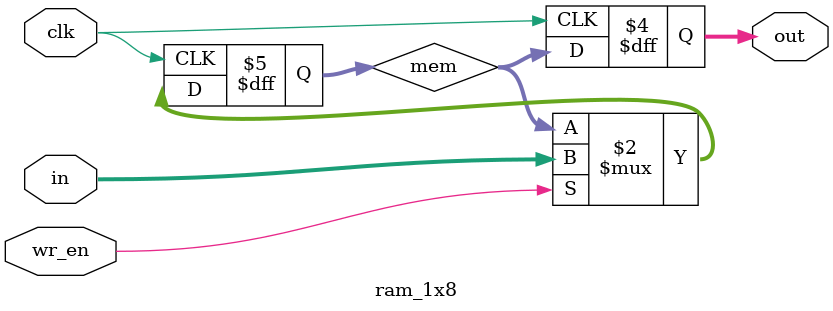
<source format=v>
module ram_2x8 (input wire clk, input wire wr_en, input wire addr, input wire [7:0] in, output wire [7:0] out);
    wire [7:0] out0, out1;

    wire wr_en0 = wr_en & ~addr; 
    wire wr_en1 = wr_en & addr;  

    ram_1x8 ram0 (.clk(clk), .wr_en(wr_en0), .in(in), .out(out0));
    ram_1x8 ram1 (.clk(clk), .wr_en(wr_en1), .in(in), .out(out1));

    assign out = addr ? out1 : out0;

endmodule


module ram_1x8 (input wire clk, input wire wr_en, input wire [7:0] in, output reg [7:0] out);
    reg [7:0] mem; 

    always @(posedge clk) begin
        if (wr_en) begin
            mem <= in; 
        end
        out <= mem; 
    end
endmodule

</source>
